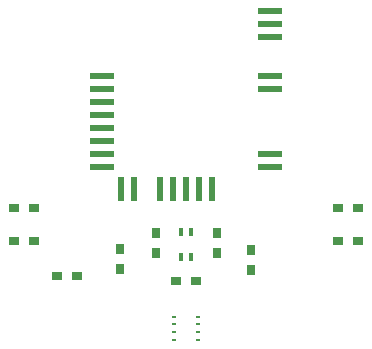
<source format=gbr>
G04 DipTrace 3.2.0.1*
G04 TopPaste.gbr*
%MOIN*%
G04 #@! TF.FileFunction,Paste,Top*
G04 #@! TF.Part,Single*
%ADD33R,0.015748X0.031496*%
%ADD37R,0.011811X0.005906*%
%ADD39R,0.082677X0.019685*%
%ADD41R,0.019685X0.082677*%
%ADD45R,0.031496X0.035433*%
%ADD47R,0.035433X0.031496*%
%FSLAX26Y26*%
G04*
G70*
G90*
G75*
G01*
G04 TopPaste*
%LPD*%
D47*
X-505906Y-265748D3*
X-572835D3*
D45*
X-220472Y-360236D3*
Y-293307D3*
D47*
X-429480Y-384189D3*
X-362551D3*
X32358Y-400140D3*
X-34571D3*
X-505906Y-157480D3*
X-572835D3*
X572835D3*
X505906D3*
D45*
X215245Y-297623D3*
Y-364552D3*
D47*
X505906Y-265748D3*
X572835D3*
D45*
X-99507Y-306308D3*
Y-239379D3*
D41*
X43307Y-94488D3*
X0D3*
X86614D3*
D39*
X279528Y-19685D3*
Y23622D3*
Y240157D3*
Y283465D3*
Y413386D3*
Y456693D3*
Y500000D3*
X-279528Y-19685D3*
Y23622D3*
Y66929D3*
Y110236D3*
Y153543D3*
Y196850D3*
Y240157D3*
Y283465D3*
D41*
X-43307Y-94488D3*
X-86614D3*
X-173228D3*
X-216535D3*
D37*
X-40354Y-544673D3*
Y-570264D3*
X40354D3*
Y-544673D3*
X-40354Y-519083D3*
Y-595854D3*
X40354D3*
Y-519083D3*
D33*
X-17827Y-319323D3*
Y-236646D3*
X17606Y-319323D3*
Y-236646D3*
D45*
X102825Y-306520D3*
Y-239591D3*
M02*

</source>
